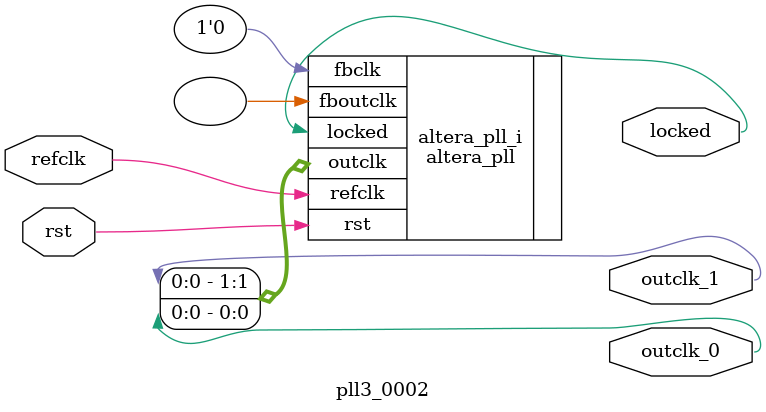
<source format=v>
`timescale 1ns/10ps
module  pll3_0002
#(
	parameter target_frequency = "400.000000 MHz",
	parameter target_frequency_2 = "50.000000 MHz"
)

(

	// interface 'refclk'
	input wire refclk,

	// interface 'reset'
	input wire rst,

	// interface 'outclk0'
	output wire outclk_0,
	
	output wire outclk_1,

	// interface 'locked'
	output wire locked
);

	altera_pll #(
		.fractional_vco_multiplier("false"),
		.reference_clock_frequency("50.000000 MHz"),
		.operation_mode("direct"),
		.number_of_clocks(2),
		.output_clock_frequency0(target_frequency),
		.phase_shift0("0 ps"),
		.duty_cycle0(50),
		.output_clock_frequency1(target_frequency_2),
		.phase_shift1("0 ps"),
		.duty_cycle1(50),
		.output_clock_frequency2("0 MHz"),
		.phase_shift2("0 ps"),
		.duty_cycle2(50),
		.output_clock_frequency3("0 MHz"),
		.phase_shift3("0 ps"),
		.duty_cycle3(50),
		.output_clock_frequency4("0 MHz"),
		.phase_shift4("0 ps"),
		.duty_cycle4(50),
		.output_clock_frequency5("0 MHz"),
		.phase_shift5("0 ps"),
		.duty_cycle5(50),
		.output_clock_frequency6("0 MHz"),
		.phase_shift6("0 ps"),
		.duty_cycle6(50),
		.output_clock_frequency7("0 MHz"),
		.phase_shift7("0 ps"),
		.duty_cycle7(50),
		.output_clock_frequency8("0 MHz"),
		.phase_shift8("0 ps"),
		.duty_cycle8(50),
		.output_clock_frequency9("0 MHz"),
		.phase_shift9("0 ps"),
		.duty_cycle9(50),
		.output_clock_frequency10("0 MHz"),
		.phase_shift10("0 ps"),
		.duty_cycle10(50),
		.output_clock_frequency11("0 MHz"),
		.phase_shift11("0 ps"),
		.duty_cycle11(50),
		.output_clock_frequency12("0 MHz"),
		.phase_shift12("0 ps"),
		.duty_cycle12(50),
		.output_clock_frequency13("0 MHz"),
		.phase_shift13("0 ps"),
		.duty_cycle13(50),
		.output_clock_frequency14("0 MHz"),
		.phase_shift14("0 ps"),
		.duty_cycle14(50),
		.output_clock_frequency15("0 MHz"),
		.phase_shift15("0 ps"),
		.duty_cycle15(50),
		.output_clock_frequency16("0 MHz"),
		.phase_shift16("0 ps"),
		.duty_cycle16(50),
		.output_clock_frequency17("0 MHz"),
		.phase_shift17("0 ps"),
		.duty_cycle17(50),
		.pll_type("General"),
		.pll_subtype("General")
	) altera_pll_i (
		.rst	(rst),
		.outclk	({outclk_1, outclk_0}),
		.locked	(locked),
		.fboutclk	( ),
		.fbclk	(1'b0),
		.refclk	(refclk)
	);
endmodule


</source>
